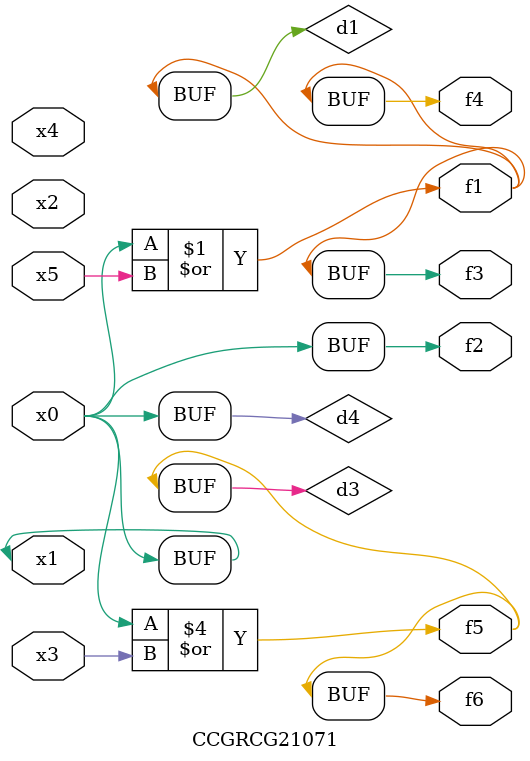
<source format=v>
module CCGRCG21071(
	input x0, x1, x2, x3, x4, x5,
	output f1, f2, f3, f4, f5, f6
);

	wire d1, d2, d3, d4;

	or (d1, x0, x5);
	xnor (d2, x1, x4);
	or (d3, x0, x3);
	buf (d4, x0, x1);
	assign f1 = d1;
	assign f2 = d4;
	assign f3 = d1;
	assign f4 = d1;
	assign f5 = d3;
	assign f6 = d3;
endmodule

</source>
